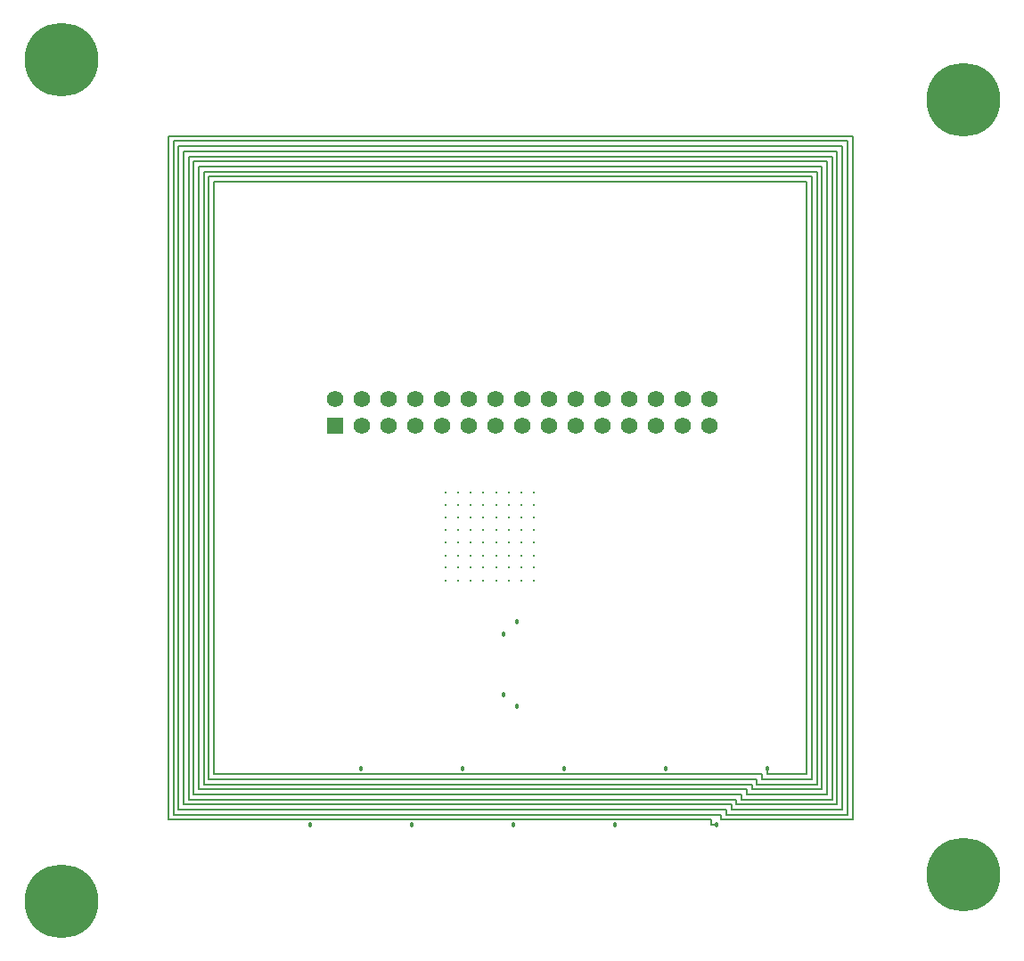
<source format=gbl>
%FSAX24Y24*%
%MOIN*%
G70*
G01*
G75*
G04 Layer_Physical_Order=10*
G04 Layer_Color=65280*
%ADD10R,0.0354X0.0394*%
%ADD11R,0.3937X0.3937*%
%ADD12R,0.0366X0.0600*%
%ADD13C,0.0394*%
%ADD14R,0.0354X0.0276*%
%ADD15C,0.0080*%
%ADD16C,0.0620*%
%ADD17R,0.0620X0.0620*%
%ADD18C,0.2756*%
%ADD19C,0.0118*%
%ADD20C,0.0180*%
D15*
X041445Y020131D02*
Y020321D01*
X020760Y020131D02*
X041255D01*
X020570Y019941D02*
X041065D01*
X020380Y019751D02*
X040875D01*
X020190Y019561D02*
X040685D01*
X020000Y019371D02*
X040495D01*
X019810Y019181D02*
X040305D01*
X019620Y018991D02*
X040115D01*
X019430Y018801D02*
X039925D01*
X019240Y018611D02*
X039735D01*
X019050Y018421D02*
X039355D01*
X041065Y019751D02*
X043310D01*
X039735Y018421D02*
X044640D01*
X039735D02*
Y018611D01*
X039925D02*
Y018801D01*
X040115D02*
Y018991D01*
X040305D02*
Y019181D01*
X040495D02*
Y019371D01*
X040685D02*
Y019561D01*
X040875D02*
Y019751D01*
X041065D02*
Y019941D01*
X041255D02*
Y020131D01*
X044640Y018421D02*
Y044012D01*
X019050D02*
X044640D01*
X019050Y018421D02*
Y044012D01*
X020760Y020131D02*
Y042302D01*
X020380Y019751D02*
Y042682D01*
X020570Y019941D02*
Y042492D01*
X020000Y019371D02*
Y043062D01*
X020190Y019561D02*
Y042872D01*
X019620Y018991D02*
Y043442D01*
X019810Y019181D02*
Y043252D01*
X019430Y018801D02*
Y043632D01*
X019240Y018611D02*
Y043822D01*
X042930Y020131D02*
Y042302D01*
X020760D02*
X042930D01*
X043310Y019751D02*
Y042682D01*
X020380D02*
X043310D01*
X043120Y019941D02*
Y042492D01*
X020570D02*
X043120D01*
X043690Y019371D02*
Y043062D01*
X020000D02*
X043690D01*
X043500Y019561D02*
Y042872D01*
X020190D02*
X043500D01*
X044070Y018991D02*
Y043442D01*
X019620D02*
X044070D01*
X043880Y019181D02*
Y043252D01*
X019810D02*
X043880D01*
X019430Y043632D02*
X044260D01*
Y018801D02*
Y043632D01*
X019240Y043822D02*
X044450D01*
Y018611D02*
Y043822D01*
X041445Y020131D02*
X042930D01*
X041255Y019941D02*
X043120D01*
X040685Y019371D02*
X043690D01*
X040875Y019561D02*
X043500D01*
X040305Y018991D02*
X044070D01*
X040495Y019181D02*
X043880D01*
X040115Y018801D02*
X044260D01*
X039925Y018611D02*
X044450D01*
X039355Y018231D02*
X039545D01*
X039355D02*
Y018421D01*
D16*
X039300Y034171D02*
D03*
X038300D02*
D03*
X037300D02*
D03*
X036300D02*
D03*
X035300D02*
D03*
X034300D02*
D03*
X033300D02*
D03*
X032300D02*
D03*
X031300D02*
D03*
X030300D02*
D03*
X029300D02*
D03*
X028300D02*
D03*
X027300D02*
D03*
X026300D02*
D03*
X025300D02*
D03*
X039300Y033171D02*
D03*
X038300D02*
D03*
X037300D02*
D03*
X036300D02*
D03*
X035300D02*
D03*
X034300D02*
D03*
X033300D02*
D03*
X032300D02*
D03*
X031300D02*
D03*
X030300D02*
D03*
X029300D02*
D03*
X028300D02*
D03*
X027300D02*
D03*
X026300D02*
D03*
D17*
X025300D02*
D03*
D18*
X048786Y016354D02*
D03*
X015046Y015370D02*
D03*
X048786Y045370D02*
D03*
X015046Y046866D02*
D03*
D19*
X032724Y027373D02*
D03*
X032252D02*
D03*
X031779D02*
D03*
X031307D02*
D03*
X030834D02*
D03*
X030362D02*
D03*
X029889D02*
D03*
X029417D02*
D03*
X032724Y027855D02*
D03*
X032252D02*
D03*
X031779D02*
D03*
X031307D02*
D03*
X030834D02*
D03*
X030362D02*
D03*
X029889D02*
D03*
X029417D02*
D03*
X032724Y028317D02*
D03*
X032252D02*
D03*
X031779D02*
D03*
X031307D02*
D03*
X030834D02*
D03*
X030362D02*
D03*
X029889D02*
D03*
X029417D02*
D03*
X032724Y028790D02*
D03*
X032252D02*
D03*
X031779D02*
D03*
X031307D02*
D03*
X030834D02*
D03*
X030362D02*
D03*
X029889D02*
D03*
X029417D02*
D03*
X032724Y029262D02*
D03*
X032252D02*
D03*
X031779D02*
D03*
X031307D02*
D03*
X030834D02*
D03*
X030362D02*
D03*
X029889D02*
D03*
X029417D02*
D03*
X032724Y029735D02*
D03*
X032252D02*
D03*
X031779D02*
D03*
X031307D02*
D03*
X030834D02*
D03*
X030362D02*
D03*
X029889D02*
D03*
X029417D02*
D03*
X032724Y030207D02*
D03*
X032252D02*
D03*
X031779D02*
D03*
X031307D02*
D03*
X030834D02*
D03*
X030362D02*
D03*
X029889D02*
D03*
X029417D02*
D03*
X029889Y030680D02*
D03*
X029417D02*
D03*
X030362D02*
D03*
X032724D02*
D03*
X032252D02*
D03*
X031779D02*
D03*
X031307D02*
D03*
X030834D02*
D03*
D20*
X031580Y025371D02*
D03*
Y023102D02*
D03*
X032074Y025834D02*
D03*
Y022684D02*
D03*
X041445Y020321D02*
D03*
X024345Y018231D02*
D03*
X026245Y020321D02*
D03*
X028145Y018231D02*
D03*
X030045Y020321D02*
D03*
X031945Y018231D02*
D03*
X033845Y020321D02*
D03*
X035745Y018231D02*
D03*
X037645Y020321D02*
D03*
X039545Y018231D02*
D03*
M02*

</source>
